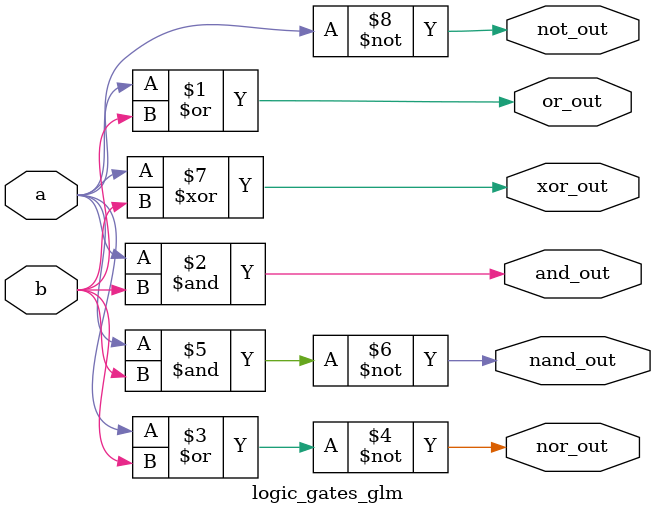
<source format=v>
`timescale 1ns / 1ps



module logic_gates_glm(a,b,and_out, or_out, not_out, nor_out, nand_out, xor_out);
    input a,b;
    output and_out, or_out, not_out, nor_out, nand_out, xor_out;
    
    or g1(or_out,a,b);
    and g2(and_out,a,b);
    not g3(not_out,a);
    nor g5(nor_out,a,b);
    nand g6(nand_out,a,b);
    xor g4(xor_out,a,b);
    
    
endmodule

</source>
